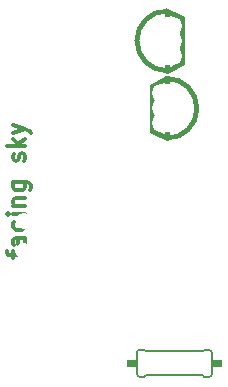
<source format=gbr>
%TF.GenerationSoftware,KiCad,Pcbnew,(2015-12-30 BZR 6409)-product*%
%TF.CreationDate,2016-01-04T10:25:45+01:00*%
%TF.ProjectId,transmitter,7472616E736D69747465722E6B696361,rev?*%
%TF.FileFunction,Legend,Top*%
%FSLAX46Y46*%
G04 Gerber Fmt 4.6, Leading zero omitted, Abs format (unit mm)*
G04 Created by KiCad (PCBNEW (2015-12-30 BZR 6409)-product) date pon, 4 sty 2016, 10:25:45*
%MOMM*%
G01*
G04 APERTURE LIST*
%ADD10C,0.100000*%
%ADD11C,0.300000*%
%ADD12C,0.381000*%
%ADD13C,0.152400*%
%ADD14C,1.197560*%
%ADD15R,2.400000X2.300000*%
%ADD16C,2.300000*%
%ADD17O,2.600000X1.500000*%
%ADD18R,1.924000X2.599640*%
%ADD19O,1.924000X2.599640*%
%ADD20C,1.924000*%
%ADD21C,1.416000*%
%ADD22R,2.599640X1.924000*%
%ADD23O,2.599640X1.924000*%
%ADD24C,1.720800*%
G04 APERTURE END LIST*
D10*
D11*
X54288571Y-108548572D02*
X54288571Y-107977143D01*
X55288571Y-108334286D02*
X54002857Y-108334286D01*
X53860000Y-108262858D01*
X53788571Y-108120000D01*
X53788571Y-107977143D01*
X55288571Y-106834286D02*
X54502857Y-106834286D01*
X54360000Y-106905715D01*
X54288571Y-107048572D01*
X54288571Y-107334286D01*
X54360000Y-107477143D01*
X55217143Y-106834286D02*
X55288571Y-106977143D01*
X55288571Y-107334286D01*
X55217143Y-107477143D01*
X55074286Y-107548572D01*
X54931429Y-107548572D01*
X54788571Y-107477143D01*
X54717143Y-107334286D01*
X54717143Y-106977143D01*
X54645714Y-106834286D01*
X55217143Y-105477143D02*
X55288571Y-105620000D01*
X55288571Y-105905714D01*
X55217143Y-106048572D01*
X55145714Y-106120000D01*
X55002857Y-106191429D01*
X54574286Y-106191429D01*
X54431429Y-106120000D01*
X54360000Y-106048572D01*
X54288571Y-105905714D01*
X54288571Y-105620000D01*
X54360000Y-105477143D01*
X55288571Y-104834286D02*
X54288571Y-104834286D01*
X53788571Y-104834286D02*
X53860000Y-104905715D01*
X53931429Y-104834286D01*
X53860000Y-104762858D01*
X53788571Y-104834286D01*
X53931429Y-104834286D01*
X54288571Y-104120000D02*
X55288571Y-104120000D01*
X54431429Y-104120000D02*
X54360000Y-104048572D01*
X54288571Y-103905714D01*
X54288571Y-103691429D01*
X54360000Y-103548572D01*
X54502857Y-103477143D01*
X55288571Y-103477143D01*
X54288571Y-102120000D02*
X55502857Y-102120000D01*
X55645714Y-102191429D01*
X55717143Y-102262857D01*
X55788571Y-102405714D01*
X55788571Y-102620000D01*
X55717143Y-102762857D01*
X55217143Y-102120000D02*
X55288571Y-102262857D01*
X55288571Y-102548571D01*
X55217143Y-102691429D01*
X55145714Y-102762857D01*
X55002857Y-102834286D01*
X54574286Y-102834286D01*
X54431429Y-102762857D01*
X54360000Y-102691429D01*
X54288571Y-102548571D01*
X54288571Y-102262857D01*
X54360000Y-102120000D01*
X55217143Y-100334286D02*
X55288571Y-100191429D01*
X55288571Y-99905714D01*
X55217143Y-99762857D01*
X55074286Y-99691429D01*
X55002857Y-99691429D01*
X54860000Y-99762857D01*
X54788571Y-99905714D01*
X54788571Y-100120000D01*
X54717143Y-100262857D01*
X54574286Y-100334286D01*
X54502857Y-100334286D01*
X54360000Y-100262857D01*
X54288571Y-100120000D01*
X54288571Y-99905714D01*
X54360000Y-99762857D01*
X55288571Y-99048571D02*
X53788571Y-99048571D01*
X54717143Y-98905714D02*
X55288571Y-98477143D01*
X54288571Y-98477143D02*
X54860000Y-99048571D01*
X54288571Y-97977142D02*
X55288571Y-97619999D01*
X54288571Y-97262857D02*
X55288571Y-97619999D01*
X55645714Y-97762857D01*
X55717143Y-97834285D01*
X55788571Y-97977142D01*
D12*
X67310000Y-98425000D02*
X67310000Y-93345000D01*
X67310000Y-98425000D02*
X66040000Y-97790000D01*
X66040000Y-97790000D02*
X66040000Y-93980000D01*
X66040000Y-93980000D02*
X67310000Y-93345000D01*
X67310000Y-98425000D02*
G75*
G03X69850000Y-95885000I0J2540000D01*
G01*
X69850000Y-95885000D02*
G75*
G03X67310000Y-93345000I-2540000J0D01*
G01*
X67310000Y-87630000D02*
X67310000Y-92710000D01*
X67310000Y-87630000D02*
X68580000Y-88265000D01*
X68580000Y-88265000D02*
X68580000Y-92075000D01*
X68580000Y-92075000D02*
X67310000Y-92710000D01*
X67310000Y-87630000D02*
G75*
G03X64770000Y-90170000I0J-2540000D01*
G01*
X64770000Y-90170000D02*
G75*
G03X67310000Y-92710000I2540000J0D01*
G01*
D13*
X65024000Y-116332000D02*
G75*
G03X64770000Y-116586000I0J-254000D01*
G01*
X65024000Y-118618000D02*
G75*
G02X64770000Y-118364000I0J254000D01*
G01*
X71120000Y-118364000D02*
G75*
G02X70866000Y-118618000I-254000J0D01*
G01*
X71120000Y-116586000D02*
G75*
G03X70866000Y-116332000I-254000J0D01*
G01*
X64770000Y-118364000D02*
X64770000Y-116586000D01*
X65024000Y-116332000D02*
X65405000Y-116332000D01*
X65532000Y-116459000D02*
X65405000Y-116332000D01*
X65024000Y-118618000D02*
X65405000Y-118618000D01*
X65532000Y-118491000D02*
X65405000Y-118618000D01*
X70358000Y-116459000D02*
X70485000Y-116332000D01*
X70358000Y-116459000D02*
X65532000Y-116459000D01*
X70358000Y-118491000D02*
X70485000Y-118618000D01*
X70358000Y-118491000D02*
X65532000Y-118491000D01*
X70866000Y-116332000D02*
X70485000Y-116332000D01*
X70866000Y-118618000D02*
X70485000Y-118618000D01*
X71120000Y-118364000D02*
X71120000Y-116586000D01*
D10*
G36*
X71120000Y-117779800D02*
X71983600Y-117779800D01*
X71983600Y-117170200D01*
X71120000Y-117170200D01*
X71120000Y-117779800D01*
G37*
G36*
X63906400Y-117779800D02*
X64770000Y-117779800D01*
X64770000Y-117170200D01*
X63906400Y-117170200D01*
X63906400Y-117779800D01*
G37*
%LPC*%
D14*
X136469700Y-102640380D03*
X136467160Y-98843080D03*
D15*
X60626000Y-105268000D03*
D16*
X60626000Y-107808000D03*
D17*
X67310000Y-97155000D03*
X67310000Y-95885000D03*
X67310000Y-94615000D03*
X67310000Y-88900000D03*
X67310000Y-90170000D03*
X67310000Y-91440000D03*
D18*
X122555000Y-107950000D03*
D19*
X120015000Y-107950000D03*
D15*
X60626000Y-97805000D03*
D16*
X60626000Y-100345000D03*
D20*
X133000000Y-111760000D03*
X133000000Y-109220000D03*
X133000000Y-106680000D03*
D15*
X66040000Y-101600000D03*
D16*
X66040000Y-104140000D03*
D18*
X127635000Y-116205000D03*
D19*
X125095000Y-116205000D03*
X122555000Y-116205000D03*
D21*
X99695000Y-111760000D03*
X102235000Y-111760000D03*
X123825000Y-119380000D03*
X126365000Y-119380000D03*
X118745000Y-100330000D03*
X118745000Y-102870000D03*
X123190000Y-111125000D03*
X120650000Y-111125000D03*
D18*
X106045000Y-111760000D03*
D19*
X108585000Y-111760000D03*
D21*
X99695000Y-97790000D03*
X102235000Y-97790000D03*
D22*
X62230000Y-93345000D03*
D23*
X62230000Y-90805000D03*
D18*
X66040000Y-113030000D03*
D19*
X68580000Y-113030000D03*
D21*
X67310000Y-86360000D03*
X64770000Y-86360000D03*
X55245000Y-105410000D03*
X55245000Y-107950000D03*
D22*
X76200000Y-94615000D03*
D23*
X76200000Y-97155000D03*
D24*
X62865000Y-117475000D03*
X73025000Y-117475000D03*
D20*
X129540000Y-89789000D03*
X127000000Y-94869000D03*
X129540000Y-102235000D03*
X124460000Y-89789000D03*
X121920000Y-94869000D03*
X124460000Y-102235000D03*
M02*

</source>
